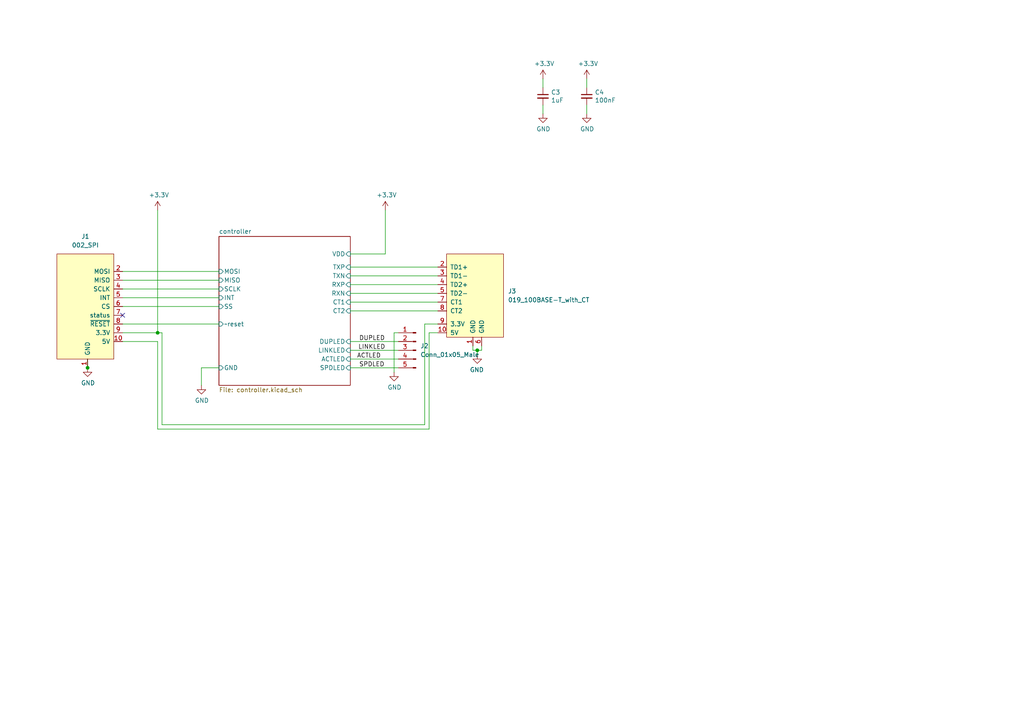
<source format=kicad_sch>
(kicad_sch (version 20211123) (generator eeschema)

  (uuid 0f41a909-27c4-4be2-9d5e-9ae2108c8ff5)

  (paper "A4")

  (lib_symbols
    (symbol "+3.3V_1" (power) (pin_names (offset 0)) (in_bom yes) (on_board yes)
      (property "Reference" "#PWR" (id 0) (at 0 -3.81 0)
        (effects (font (size 1.27 1.27)) hide)
      )
      (property "Value" "+3.3V_1" (id 1) (at 0 3.556 0)
        (effects (font (size 1.27 1.27)))
      )
      (property "Footprint" "" (id 2) (at 0 0 0)
        (effects (font (size 1.27 1.27)) hide)
      )
      (property "Datasheet" "" (id 3) (at 0 0 0)
        (effects (font (size 1.27 1.27)) hide)
      )
      (property "ki_keywords" "power-flag" (id 4) (at 0 0 0)
        (effects (font (size 1.27 1.27)) hide)
      )
      (property "ki_description" "Power symbol creates a global label with name \"+3.3V\"" (id 5) (at 0 0 0)
        (effects (font (size 1.27 1.27)) hide)
      )
      (symbol "+3.3V_1_0_1"
        (polyline
          (pts
            (xy -0.762 1.27)
            (xy 0 2.54)
          )
          (stroke (width 0) (type default) (color 0 0 0 0))
          (fill (type none))
        )
        (polyline
          (pts
            (xy 0 0)
            (xy 0 2.54)
          )
          (stroke (width 0) (type default) (color 0 0 0 0))
          (fill (type none))
        )
        (polyline
          (pts
            (xy 0 2.54)
            (xy 0.762 1.27)
          )
          (stroke (width 0) (type default) (color 0 0 0 0))
          (fill (type none))
        )
      )
      (symbol "+3.3V_1_1_1"
        (pin power_in line (at 0 0 90) (length 0) hide
          (name "+3.3V" (effects (font (size 1.27 1.27))))
          (number "1" (effects (font (size 1.27 1.27))))
        )
      )
    )
    (symbol "+3.3V_2" (power) (pin_names (offset 0)) (in_bom yes) (on_board yes)
      (property "Reference" "#PWR" (id 0) (at 0 -3.81 0)
        (effects (font (size 1.27 1.27)) hide)
      )
      (property "Value" "+3.3V_2" (id 1) (at 0 3.556 0)
        (effects (font (size 1.27 1.27)))
      )
      (property "Footprint" "" (id 2) (at 0 0 0)
        (effects (font (size 1.27 1.27)) hide)
      )
      (property "Datasheet" "" (id 3) (at 0 0 0)
        (effects (font (size 1.27 1.27)) hide)
      )
      (property "ki_keywords" "power-flag" (id 4) (at 0 0 0)
        (effects (font (size 1.27 1.27)) hide)
      )
      (property "ki_description" "Power symbol creates a global label with name \"+3.3V\"" (id 5) (at 0 0 0)
        (effects (font (size 1.27 1.27)) hide)
      )
      (symbol "+3.3V_2_0_1"
        (polyline
          (pts
            (xy -0.762 1.27)
            (xy 0 2.54)
          )
          (stroke (width 0) (type default) (color 0 0 0 0))
          (fill (type none))
        )
        (polyline
          (pts
            (xy 0 0)
            (xy 0 2.54)
          )
          (stroke (width 0) (type default) (color 0 0 0 0))
          (fill (type none))
        )
        (polyline
          (pts
            (xy 0 2.54)
            (xy 0.762 1.27)
          )
          (stroke (width 0) (type default) (color 0 0 0 0))
          (fill (type none))
        )
      )
      (symbol "+3.3V_2_1_1"
        (pin power_in line (at 0 0 90) (length 0) hide
          (name "+3.3V" (effects (font (size 1.27 1.27))))
          (number "1" (effects (font (size 1.27 1.27))))
        )
      )
    )
    (symbol "+3.3V_3" (power) (pin_names (offset 0)) (in_bom yes) (on_board yes)
      (property "Reference" "#PWR" (id 0) (at 0 -3.81 0)
        (effects (font (size 1.27 1.27)) hide)
      )
      (property "Value" "+3.3V_3" (id 1) (at 0 3.556 0)
        (effects (font (size 1.27 1.27)))
      )
      (property "Footprint" "" (id 2) (at 0 0 0)
        (effects (font (size 1.27 1.27)) hide)
      )
      (property "Datasheet" "" (id 3) (at 0 0 0)
        (effects (font (size 1.27 1.27)) hide)
      )
      (property "ki_keywords" "power-flag" (id 4) (at 0 0 0)
        (effects (font (size 1.27 1.27)) hide)
      )
      (property "ki_description" "Power symbol creates a global label with name \"+3.3V\"" (id 5) (at 0 0 0)
        (effects (font (size 1.27 1.27)) hide)
      )
      (symbol "+3.3V_3_0_1"
        (polyline
          (pts
            (xy -0.762 1.27)
            (xy 0 2.54)
          )
          (stroke (width 0) (type default) (color 0 0 0 0))
          (fill (type none))
        )
        (polyline
          (pts
            (xy 0 0)
            (xy 0 2.54)
          )
          (stroke (width 0) (type default) (color 0 0 0 0))
          (fill (type none))
        )
        (polyline
          (pts
            (xy 0 2.54)
            (xy 0.762 1.27)
          )
          (stroke (width 0) (type default) (color 0 0 0 0))
          (fill (type none))
        )
      )
      (symbol "+3.3V_3_1_1"
        (pin power_in line (at 0 0 90) (length 0) hide
          (name "+3.3V" (effects (font (size 1.27 1.27))))
          (number "1" (effects (font (size 1.27 1.27))))
        )
      )
    )
    (symbol "Connector:Conn_01x05_Male" (pin_names (offset 1.016) hide) (in_bom yes) (on_board yes)
      (property "Reference" "J" (id 0) (at 0 7.62 0)
        (effects (font (size 1.27 1.27)))
      )
      (property "Value" "Conn_01x05_Male" (id 1) (at 0 -7.62 0)
        (effects (font (size 1.27 1.27)))
      )
      (property "Footprint" "" (id 2) (at 0 0 0)
        (effects (font (size 1.27 1.27)) hide)
      )
      (property "Datasheet" "~" (id 3) (at 0 0 0)
        (effects (font (size 1.27 1.27)) hide)
      )
      (property "ki_keywords" "connector" (id 4) (at 0 0 0)
        (effects (font (size 1.27 1.27)) hide)
      )
      (property "ki_description" "Generic connector, single row, 01x05, script generated (kicad-library-utils/schlib/autogen/connector/)" (id 5) (at 0 0 0)
        (effects (font (size 1.27 1.27)) hide)
      )
      (property "ki_fp_filters" "Connector*:*_1x??_*" (id 6) (at 0 0 0)
        (effects (font (size 1.27 1.27)) hide)
      )
      (symbol "Conn_01x05_Male_1_1"
        (polyline
          (pts
            (xy 1.27 -5.08)
            (xy 0.8636 -5.08)
          )
          (stroke (width 0.1524) (type default) (color 0 0 0 0))
          (fill (type none))
        )
        (polyline
          (pts
            (xy 1.27 -2.54)
            (xy 0.8636 -2.54)
          )
          (stroke (width 0.1524) (type default) (color 0 0 0 0))
          (fill (type none))
        )
        (polyline
          (pts
            (xy 1.27 0)
            (xy 0.8636 0)
          )
          (stroke (width 0.1524) (type default) (color 0 0 0 0))
          (fill (type none))
        )
        (polyline
          (pts
            (xy 1.27 2.54)
            (xy 0.8636 2.54)
          )
          (stroke (width 0.1524) (type default) (color 0 0 0 0))
          (fill (type none))
        )
        (polyline
          (pts
            (xy 1.27 5.08)
            (xy 0.8636 5.08)
          )
          (stroke (width 0.1524) (type default) (color 0 0 0 0))
          (fill (type none))
        )
        (rectangle (start 0.8636 -4.953) (end 0 -5.207)
          (stroke (width 0.1524) (type default) (color 0 0 0 0))
          (fill (type outline))
        )
        (rectangle (start 0.8636 -2.413) (end 0 -2.667)
          (stroke (width 0.1524) (type default) (color 0 0 0 0))
          (fill (type outline))
        )
        (rectangle (start 0.8636 0.127) (end 0 -0.127)
          (stroke (width 0.1524) (type default) (color 0 0 0 0))
          (fill (type outline))
        )
        (rectangle (start 0.8636 2.667) (end 0 2.413)
          (stroke (width 0.1524) (type default) (color 0 0 0 0))
          (fill (type outline))
        )
        (rectangle (start 0.8636 5.207) (end 0 4.953)
          (stroke (width 0.1524) (type default) (color 0 0 0 0))
          (fill (type outline))
        )
        (pin passive line (at 5.08 5.08 180) (length 3.81)
          (name "Pin_1" (effects (font (size 1.27 1.27))))
          (number "1" (effects (font (size 1.27 1.27))))
        )
        (pin passive line (at 5.08 2.54 180) (length 3.81)
          (name "Pin_2" (effects (font (size 1.27 1.27))))
          (number "2" (effects (font (size 1.27 1.27))))
        )
        (pin passive line (at 5.08 0 180) (length 3.81)
          (name "Pin_3" (effects (font (size 1.27 1.27))))
          (number "3" (effects (font (size 1.27 1.27))))
        )
        (pin passive line (at 5.08 -2.54 180) (length 3.81)
          (name "Pin_4" (effects (font (size 1.27 1.27))))
          (number "4" (effects (font (size 1.27 1.27))))
        )
        (pin passive line (at 5.08 -5.08 180) (length 3.81)
          (name "Pin_5" (effects (font (size 1.27 1.27))))
          (number "5" (effects (font (size 1.27 1.27))))
        )
      )
    )
    (symbol "Device:C_Small" (pin_numbers hide) (pin_names (offset 0.254) hide) (in_bom yes) (on_board yes)
      (property "Reference" "C" (id 0) (at 0.254 1.778 0)
        (effects (font (size 1.27 1.27)) (justify left))
      )
      (property "Value" "C_Small" (id 1) (at 0.254 -2.032 0)
        (effects (font (size 1.27 1.27)) (justify left))
      )
      (property "Footprint" "" (id 2) (at 0 0 0)
        (effects (font (size 1.27 1.27)) hide)
      )
      (property "Datasheet" "~" (id 3) (at 0 0 0)
        (effects (font (size 1.27 1.27)) hide)
      )
      (property "ki_keywords" "capacitor cap" (id 4) (at 0 0 0)
        (effects (font (size 1.27 1.27)) hide)
      )
      (property "ki_description" "Unpolarized capacitor, small symbol" (id 5) (at 0 0 0)
        (effects (font (size 1.27 1.27)) hide)
      )
      (property "ki_fp_filters" "C_*" (id 6) (at 0 0 0)
        (effects (font (size 1.27 1.27)) hide)
      )
      (symbol "C_Small_0_1"
        (polyline
          (pts
            (xy -1.524 -0.508)
            (xy 1.524 -0.508)
          )
          (stroke (width 0.3302) (type default) (color 0 0 0 0))
          (fill (type none))
        )
        (polyline
          (pts
            (xy -1.524 0.508)
            (xy 1.524 0.508)
          )
          (stroke (width 0.3048) (type default) (color 0 0 0 0))
          (fill (type none))
        )
      )
      (symbol "C_Small_1_1"
        (pin passive line (at 0 2.54 270) (length 2.032)
          (name "~" (effects (font (size 1.27 1.27))))
          (number "1" (effects (font (size 1.27 1.27))))
        )
        (pin passive line (at 0 -2.54 90) (length 2.032)
          (name "~" (effects (font (size 1.27 1.27))))
          (number "2" (effects (font (size 1.27 1.27))))
        )
      )
    )
    (symbol "power:+3.3V" (power) (pin_names (offset 0)) (in_bom yes) (on_board yes)
      (property "Reference" "#PWR" (id 0) (at 0 -3.81 0)
        (effects (font (size 1.27 1.27)) hide)
      )
      (property "Value" "+3.3V" (id 1) (at 0 3.556 0)
        (effects (font (size 1.27 1.27)))
      )
      (property "Footprint" "" (id 2) (at 0 0 0)
        (effects (font (size 1.27 1.27)) hide)
      )
      (property "Datasheet" "" (id 3) (at 0 0 0)
        (effects (font (size 1.27 1.27)) hide)
      )
      (property "ki_keywords" "power-flag" (id 4) (at 0 0 0)
        (effects (font (size 1.27 1.27)) hide)
      )
      (property "ki_description" "Power symbol creates a global label with name \"+3.3V\"" (id 5) (at 0 0 0)
        (effects (font (size 1.27 1.27)) hide)
      )
      (symbol "+3.3V_0_1"
        (polyline
          (pts
            (xy -0.762 1.27)
            (xy 0 2.54)
          )
          (stroke (width 0) (type default) (color 0 0 0 0))
          (fill (type none))
        )
        (polyline
          (pts
            (xy 0 0)
            (xy 0 2.54)
          )
          (stroke (width 0) (type default) (color 0 0 0 0))
          (fill (type none))
        )
        (polyline
          (pts
            (xy 0 2.54)
            (xy 0.762 1.27)
          )
          (stroke (width 0) (type default) (color 0 0 0 0))
          (fill (type none))
        )
      )
      (symbol "+3.3V_1_1"
        (pin power_in line (at 0 0 90) (length 0) hide
          (name "+3.3V" (effects (font (size 1.27 1.27))))
          (number "1" (effects (font (size 1.27 1.27))))
        )
      )
    )
    (symbol "power:GND" (power) (pin_names (offset 0)) (in_bom yes) (on_board yes)
      (property "Reference" "#PWR" (id 0) (at 0 -6.35 0)
        (effects (font (size 1.27 1.27)) hide)
      )
      (property "Value" "GND" (id 1) (at 0 -3.81 0)
        (effects (font (size 1.27 1.27)))
      )
      (property "Footprint" "" (id 2) (at 0 0 0)
        (effects (font (size 1.27 1.27)) hide)
      )
      (property "Datasheet" "" (id 3) (at 0 0 0)
        (effects (font (size 1.27 1.27)) hide)
      )
      (property "ki_keywords" "power-flag" (id 4) (at 0 0 0)
        (effects (font (size 1.27 1.27)) hide)
      )
      (property "ki_description" "Power symbol creates a global label with name \"GND\" , ground" (id 5) (at 0 0 0)
        (effects (font (size 1.27 1.27)) hide)
      )
      (symbol "GND_0_1"
        (polyline
          (pts
            (xy 0 0)
            (xy 0 -1.27)
            (xy 1.27 -1.27)
            (xy 0 -2.54)
            (xy -1.27 -1.27)
            (xy 0 -1.27)
          )
          (stroke (width 0) (type default) (color 0 0 0 0))
          (fill (type none))
        )
      )
      (symbol "GND_1_1"
        (pin power_in line (at 0 0 270) (length 0) hide
          (name "GND" (effects (font (size 1.27 1.27))))
          (number "1" (effects (font (size 1.27 1.27))))
        )
      )
    )
    (symbol "put_on_edge:002_SPI" (pin_names (offset 1.016)) (in_bom yes) (on_board yes)
      (property "Reference" "J" (id 0) (at -1.27 13.97 0)
        (effects (font (size 1.27 1.27)))
      )
      (property "Value" "002_SPI" (id 1) (at 10.16 13.97 0)
        (effects (font (size 1.27 1.27)))
      )
      (property "Footprint" "" (id 2) (at 8.89 16.51 0)
        (effects (font (size 1.27 1.27)) hide)
      )
      (property "Datasheet" "" (id 3) (at 8.89 16.51 0)
        (effects (font (size 1.27 1.27)) hide)
      )
      (symbol "002_SPI_0_1"
        (rectangle (start -7.62 12.7) (end 8.89 -17.78)
          (stroke (width 0) (type default) (color 0 0 0 0))
          (fill (type background))
        )
      )
      (symbol "002_SPI_1_1"
        (pin power_in line (at 0 -20.32 90) (length 2.54)
          (name "GND" (effects (font (size 1.27 1.27))))
          (number "1" (effects (font (size 1.27 1.27))))
        )
        (pin power_in line (at -10.16 -12.7 0) (length 2.54)
          (name "5V" (effects (font (size 1.27 1.27))))
          (number "10" (effects (font (size 1.27 1.27))))
        )
        (pin bidirectional line (at -10.16 7.62 0) (length 2.54)
          (name "MOSI" (effects (font (size 1.27 1.27))))
          (number "2" (effects (font (size 1.27 1.27))))
        )
        (pin bidirectional line (at -10.16 5.08 0) (length 2.54)
          (name "MISO" (effects (font (size 1.27 1.27))))
          (number "3" (effects (font (size 1.27 1.27))))
        )
        (pin bidirectional line (at -10.16 2.54 0) (length 2.54)
          (name "SCLK" (effects (font (size 1.27 1.27))))
          (number "4" (effects (font (size 1.27 1.27))))
        )
        (pin bidirectional line (at -10.16 0 0) (length 2.54)
          (name "INT" (effects (font (size 1.27 1.27))))
          (number "5" (effects (font (size 1.27 1.27))))
        )
        (pin bidirectional line (at -10.16 -2.54 0) (length 2.54)
          (name "CS" (effects (font (size 1.27 1.27))))
          (number "6" (effects (font (size 1.27 1.27))))
        )
        (pin bidirectional line (at -10.16 -5.08 0) (length 2.54)
          (name "status" (effects (font (size 1.27 1.27))))
          (number "7" (effects (font (size 1.27 1.27))))
        )
        (pin bidirectional line (at -10.16 -7.62 0) (length 2.54)
          (name "~{RESET}" (effects (font (size 1.27 1.27))))
          (number "8" (effects (font (size 1.27 1.27))))
        )
        (pin power_in line (at -10.16 -10.16 0) (length 2.54)
          (name "3.3V" (effects (font (size 1.27 1.27))))
          (number "9" (effects (font (size 1.27 1.27))))
        )
      )
    )
    (symbol "put_on_edge:019_100BASE-T_with_CT" (pin_names (offset 1.016)) (in_bom yes) (on_board yes)
      (property "Reference" "J" (id 0) (at -2.54 13.97 0)
        (effects (font (size 1.27 1.27)))
      )
      (property "Value" "019_100BASE-T_with_CT" (id 1) (at 8.89 13.97 0)
        (effects (font (size 1.27 1.27)))
      )
      (property "Footprint" "" (id 2) (at 7.62 16.51 0)
        (effects (font (size 1.27 1.27)) hide)
      )
      (property "Datasheet" "" (id 3) (at 7.62 16.51 0)
        (effects (font (size 1.27 1.27)) hide)
      )
      (symbol "019_100BASE-T_with_CT_0_1"
        (rectangle (start -8.89 12.7) (end 7.62 -11.43)
          (stroke (width 0) (type default) (color 0 0 0 0))
          (fill (type background))
        )
      )
      (symbol "019_100BASE-T_with_CT_1_1"
        (pin power_in line (at -1.27 -13.97 90) (length 2.54)
          (name "GND" (effects (font (size 1.27 1.27))))
          (number "1" (effects (font (size 1.27 1.27))))
        )
        (pin bidirectional line (at -11.43 -10.16 0) (length 2.54)
          (name "5V" (effects (font (size 1.27 1.27))))
          (number "10" (effects (font (size 1.27 1.27))))
        )
        (pin bidirectional line (at -11.43 8.89 0) (length 2.54)
          (name "TD1+" (effects (font (size 1.27 1.27))))
          (number "2" (effects (font (size 1.27 1.27))))
        )
        (pin bidirectional line (at -11.43 6.35 0) (length 2.54)
          (name "TD1-" (effects (font (size 1.27 1.27))))
          (number "3" (effects (font (size 1.27 1.27))))
        )
        (pin bidirectional line (at -11.43 3.81 0) (length 2.54)
          (name "TD2+" (effects (font (size 1.27 1.27))))
          (number "4" (effects (font (size 1.27 1.27))))
        )
        (pin bidirectional line (at -11.43 1.27 0) (length 2.54)
          (name "TD2-" (effects (font (size 1.27 1.27))))
          (number "5" (effects (font (size 1.27 1.27))))
        )
        (pin power_in line (at 1.27 -13.97 90) (length 2.54)
          (name "GND" (effects (font (size 1.27 1.27))))
          (number "6" (effects (font (size 1.27 1.27))))
        )
        (pin bidirectional line (at -11.43 -1.27 0) (length 2.54)
          (name "CT1" (effects (font (size 1.27 1.27))))
          (number "7" (effects (font (size 1.27 1.27))))
        )
        (pin bidirectional line (at -11.43 -3.81 0) (length 2.54)
          (name "CT2" (effects (font (size 1.27 1.27))))
          (number "8" (effects (font (size 1.27 1.27))))
        )
        (pin bidirectional line (at -11.43 -7.62 0) (length 2.54)
          (name "3.3V" (effects (font (size 1.27 1.27))))
          (number "9" (effects (font (size 1.27 1.27))))
        )
      )
    )
  )

  (junction (at 25.4 106.68) (diameter 0) (color 0 0 0 0)
    (uuid 556e36fa-b2c4-40ab-b012-9f8ceafd0990)
  )
  (junction (at 138.43 101.6) (diameter 0) (color 0 0 0 0)
    (uuid cac714f4-63cc-4087-968b-e7cb8ff29160)
  )
  (junction (at 45.72 96.52) (diameter 0) (color 0 0 0 0)
    (uuid f6540708-613b-4a90-81f3-1df254741fae)
  )

  (no_connect (at 35.56 91.44) (uuid 2e642b3e-a476-4c54-9a52-dcea955640cd))

  (wire (pts (xy 111.76 73.66) (xy 111.76 60.96))
    (stroke (width 0) (type default) (color 0 0 0 0))
    (uuid 0147f16a-c952-4891-8f53-a9fb8cddeb8d)
  )
  (wire (pts (xy 45.72 124.46) (xy 124.46 124.46))
    (stroke (width 0) (type default) (color 0 0 0 0))
    (uuid 03d5c916-6781-4215-a33a-9e6866d84f03)
  )
  (wire (pts (xy 35.56 78.74) (xy 63.5 78.74))
    (stroke (width 0) (type default) (color 0 0 0 0))
    (uuid 063b43a5-16c5-41cd-9d53-d5fd3d2a3419)
  )
  (wire (pts (xy 114.3 96.52) (xy 114.3 107.95))
    (stroke (width 0) (type default) (color 0 0 0 0))
    (uuid 08adf883-a599-4ea8-9138-e858c1e365ff)
  )
  (wire (pts (xy 63.5 81.28) (xy 35.56 81.28))
    (stroke (width 0) (type default) (color 0 0 0 0))
    (uuid 13475e15-f37c-4de8-857e-1722b0c39513)
  )
  (wire (pts (xy 101.6 99.06) (xy 115.57 99.06))
    (stroke (width 0) (type default) (color 0 0 0 0))
    (uuid 170e2e05-ff51-4bfa-ae5d-2b9188e54615)
  )
  (wire (pts (xy 138.43 101.6) (xy 138.43 102.87))
    (stroke (width 0) (type default) (color 0 0 0 0))
    (uuid 18b2ca2c-2d25-4fa9-90ea-74e6f230f81e)
  )
  (wire (pts (xy 157.48 30.48) (xy 157.48 33.02))
    (stroke (width 0) (type default) (color 0 0 0 0))
    (uuid 1e1b062d-fad0-427c-a622-c5b8a80b5268)
  )
  (wire (pts (xy 63.5 83.82) (xy 35.56 83.82))
    (stroke (width 0) (type default) (color 0 0 0 0))
    (uuid 2732632c-4768-42b6-bf7f-14643424019e)
  )
  (wire (pts (xy 101.6 85.09) (xy 127 85.09))
    (stroke (width 0) (type default) (color 0 0 0 0))
    (uuid 2eb4d2eb-4593-4c3b-967c-9d15f7d529d5)
  )
  (wire (pts (xy 35.56 88.9) (xy 63.5 88.9))
    (stroke (width 0) (type default) (color 0 0 0 0))
    (uuid 325964ac-707a-4db9-9457-88ae8b311329)
  )
  (wire (pts (xy 127 93.98) (xy 123.19 93.98))
    (stroke (width 0) (type default) (color 0 0 0 0))
    (uuid 367724f2-e9f1-4df5-bbe6-f7c4482a1217)
  )
  (wire (pts (xy 124.46 124.46) (xy 124.46 96.52))
    (stroke (width 0) (type default) (color 0 0 0 0))
    (uuid 39869dfe-eea6-47f0-b580-4a0383acf638)
  )
  (wire (pts (xy 170.18 22.86) (xy 170.18 25.4))
    (stroke (width 0) (type default) (color 0 0 0 0))
    (uuid 3b838d52-596d-4e4d-a6ac-e4c8e7621137)
  )
  (wire (pts (xy 45.72 60.96) (xy 45.72 96.52))
    (stroke (width 0) (type default) (color 0 0 0 0))
    (uuid 3dcc657b-55a1-48e0-9667-e01e7b6b08b5)
  )
  (wire (pts (xy 58.42 111.76) (xy 58.42 106.68))
    (stroke (width 0) (type default) (color 0 0 0 0))
    (uuid 46918595-4a45-48e8-84c0-961b4db7f35f)
  )
  (wire (pts (xy 123.19 93.98) (xy 123.19 123.19))
    (stroke (width 0) (type default) (color 0 0 0 0))
    (uuid 49af3e29-eead-4af9-beaf-1970e5b665ee)
  )
  (wire (pts (xy 101.6 104.14) (xy 115.57 104.14))
    (stroke (width 0) (type default) (color 0 0 0 0))
    (uuid 4e7ea6c0-f570-4683-b710-a387da4590bb)
  )
  (wire (pts (xy 101.6 101.6) (xy 115.57 101.6))
    (stroke (width 0) (type default) (color 0 0 0 0))
    (uuid 5030f1a5-ad04-46de-a5eb-0b4c3a42ece1)
  )
  (wire (pts (xy 139.7 101.6) (xy 138.43 101.6))
    (stroke (width 0) (type default) (color 0 0 0 0))
    (uuid 5052c86e-ac58-4ede-be80-def12c6d1b65)
  )
  (wire (pts (xy 46.99 96.52) (xy 45.72 96.52))
    (stroke (width 0) (type default) (color 0 0 0 0))
    (uuid 5392893e-f634-4481-9acd-dbb34c0ce5a7)
  )
  (wire (pts (xy 35.56 93.98) (xy 63.5 93.98))
    (stroke (width 0) (type default) (color 0 0 0 0))
    (uuid 57693f89-f717-49a5-83bb-e74753e173b9)
  )
  (wire (pts (xy 45.72 96.52) (xy 35.56 96.52))
    (stroke (width 0) (type default) (color 0 0 0 0))
    (uuid 67f6e996-3c99-493c-8f6f-e739e2ed5d7a)
  )
  (wire (pts (xy 101.6 73.66) (xy 111.76 73.66))
    (stroke (width 0) (type default) (color 0 0 0 0))
    (uuid 6a44418c-7bb4-4e99-8836-57f153c19721)
  )
  (wire (pts (xy 139.7 100.33) (xy 139.7 101.6))
    (stroke (width 0) (type default) (color 0 0 0 0))
    (uuid 6d07035b-391b-44a1-8396-d359c03b6efb)
  )
  (wire (pts (xy 101.6 80.01) (xy 127 80.01))
    (stroke (width 0) (type default) (color 0 0 0 0))
    (uuid 6f60028c-278b-4fae-88a1-9def173662d2)
  )
  (wire (pts (xy 101.6 90.17) (xy 127 90.17))
    (stroke (width 0) (type default) (color 0 0 0 0))
    (uuid 78567180-29f3-4347-93e3-09f96501a110)
  )
  (wire (pts (xy 35.56 86.36) (xy 63.5 86.36))
    (stroke (width 0) (type default) (color 0 0 0 0))
    (uuid 8034cc81-7bd8-47fc-934d-939c4444454d)
  )
  (wire (pts (xy 101.6 87.63) (xy 127 87.63))
    (stroke (width 0) (type default) (color 0 0 0 0))
    (uuid 90d905f6-575f-45bf-a260-8bdff0da3c1b)
  )
  (wire (pts (xy 124.46 96.52) (xy 127 96.52))
    (stroke (width 0) (type default) (color 0 0 0 0))
    (uuid 97872a38-640f-4b30-9057-45f3b2b28e43)
  )
  (wire (pts (xy 137.16 100.33) (xy 137.16 101.6))
    (stroke (width 0) (type default) (color 0 0 0 0))
    (uuid 98601513-3a43-4076-ae45-1799f51bdc14)
  )
  (wire (pts (xy 58.42 106.68) (xy 63.5 106.68))
    (stroke (width 0) (type default) (color 0 0 0 0))
    (uuid 9ccf03e8-755a-4cd9-96fc-30e1d08fa253)
  )
  (wire (pts (xy 45.72 99.06) (xy 45.72 124.46))
    (stroke (width 0) (type default) (color 0 0 0 0))
    (uuid a0dfbff7-7540-4687-ab2d-dfb8c4d677fa)
  )
  (wire (pts (xy 46.99 123.19) (xy 46.99 96.52))
    (stroke (width 0) (type default) (color 0 0 0 0))
    (uuid a4ca7f4a-c3ec-43d6-ba39-727ffb2736b2)
  )
  (wire (pts (xy 101.6 82.55) (xy 127 82.55))
    (stroke (width 0) (type default) (color 0 0 0 0))
    (uuid ae140a12-6e95-459f-9d32-c02c7d61250d)
  )
  (wire (pts (xy 25.4 106.68) (xy 25.4 104.14))
    (stroke (width 0) (type default) (color 0 0 0 0))
    (uuid b3d08afa-f296-4e3b-8825-73b6331d35bf)
  )
  (wire (pts (xy 170.18 30.48) (xy 170.18 33.02))
    (stroke (width 0) (type default) (color 0 0 0 0))
    (uuid cbdcaa78-3bbc-413f-91bf-2709119373ce)
  )
  (wire (pts (xy 101.6 77.47) (xy 127 77.47))
    (stroke (width 0) (type default) (color 0 0 0 0))
    (uuid d6bd45a7-799d-4b15-ab1d-9a42339da8b8)
  )
  (wire (pts (xy 157.48 22.86) (xy 157.48 25.4))
    (stroke (width 0) (type default) (color 0 0 0 0))
    (uuid d8603679-3e7b-4337-8dbc-1827f5f54d8a)
  )
  (wire (pts (xy 123.19 123.19) (xy 46.99 123.19))
    (stroke (width 0) (type default) (color 0 0 0 0))
    (uuid e03e06cf-54a7-4724-bce7-7639bcfcde74)
  )
  (wire (pts (xy 35.56 99.06) (xy 45.72 99.06))
    (stroke (width 0) (type default) (color 0 0 0 0))
    (uuid e099efc1-0530-476b-a818-b2b9edab1378)
  )
  (wire (pts (xy 101.6 106.68) (xy 115.57 106.68))
    (stroke (width 0) (type default) (color 0 0 0 0))
    (uuid e39d76f9-d819-4e1b-bdc0-c4cb4150924e)
  )
  (wire (pts (xy 114.3 96.52) (xy 115.57 96.52))
    (stroke (width 0) (type default) (color 0 0 0 0))
    (uuid ec7eb973-0a74-461d-9ae3-ca0cba2451df)
  )
  (wire (pts (xy 137.16 101.6) (xy 138.43 101.6))
    (stroke (width 0) (type default) (color 0 0 0 0))
    (uuid f8fb028b-84e2-4352-bc28-df0129290e6c)
  )

  (label "DUPLED" (at 104.14 99.06 0)
    (effects (font (size 1.27 1.27)) (justify left bottom))
    (uuid 454b66e7-113e-48d9-b512-ecc0daa0fc4b)
  )
  (label "ACTLED" (at 110.49 104.14 180)
    (effects (font (size 1.27 1.27)) (justify right bottom))
    (uuid 744669be-8909-469d-8f2d-6f5e6f6f3203)
  )
  (label "LINKLED" (at 111.76 101.6 180)
    (effects (font (size 1.27 1.27)) (justify right bottom))
    (uuid 8b229baf-44d6-44d7-ba1e-9a5de580b33b)
  )
  (label "SPDLED" (at 104.14 106.68 0)
    (effects (font (size 1.27 1.27)) (justify left bottom))
    (uuid 91a80e0b-8eee-424f-9aba-5304767a5d63)
  )

  (symbol (lib_id "power:GND") (at 25.4 106.68 0) (unit 1)
    (in_bom yes) (on_board yes)
    (uuid 00000000-0000-0000-0000-0000617ee3e4)
    (property "Reference" "#PWR0101" (id 0) (at 25.4 113.03 0)
      (effects (font (size 1.27 1.27)) hide)
    )
    (property "Value" "GND" (id 1) (at 25.527 111.0742 0))
    (property "Footprint" "" (id 2) (at 25.4 106.68 0)
      (effects (font (size 1.27 1.27)) hide)
    )
    (property "Datasheet" "" (id 3) (at 25.4 106.68 0)
      (effects (font (size 1.27 1.27)) hide)
    )
    (pin "1" (uuid 8fe3d686-e115-4da5-9817-2dae116b9b46))
  )

  (symbol (lib_name "+3.3V_1") (lib_id "power:+3.3V") (at 111.76 60.96 0) (unit 1)
    (in_bom yes) (on_board yes)
    (uuid 00000000-0000-0000-0000-0000617f236f)
    (property "Reference" "#PWR0104" (id 0) (at 111.76 64.77 0)
      (effects (font (size 1.27 1.27)) hide)
    )
    (property "Value" "+3.3V" (id 1) (at 112.141 56.5658 0))
    (property "Footprint" "" (id 2) (at 111.76 60.96 0)
      (effects (font (size 1.27 1.27)) hide)
    )
    (property "Datasheet" "" (id 3) (at 111.76 60.96 0)
      (effects (font (size 1.27 1.27)) hide)
    )
    (pin "1" (uuid 20cf01b0-bdce-445f-8c5e-b4c139607231))
  )

  (symbol (lib_id "power:+3.3V") (at 45.72 60.96 0) (unit 1)
    (in_bom yes) (on_board yes)
    (uuid 00000000-0000-0000-0000-0000617f3fcd)
    (property "Reference" "#PWR0106" (id 0) (at 45.72 64.77 0)
      (effects (font (size 1.27 1.27)) hide)
    )
    (property "Value" "+3.3V" (id 1) (at 46.101 56.5658 0))
    (property "Footprint" "" (id 2) (at 45.72 60.96 0)
      (effects (font (size 1.27 1.27)) hide)
    )
    (property "Datasheet" "" (id 3) (at 45.72 60.96 0)
      (effects (font (size 1.27 1.27)) hide)
    )
    (pin "1" (uuid 6693c478-9260-46b4-9b58-b005f8f2d02b))
  )

  (symbol (lib_id "power:GND") (at 58.42 111.76 0) (unit 1)
    (in_bom yes) (on_board yes)
    (uuid 00000000-0000-0000-0000-0000617f4ba7)
    (property "Reference" "#PWR0107" (id 0) (at 58.42 118.11 0)
      (effects (font (size 1.27 1.27)) hide)
    )
    (property "Value" "GND" (id 1) (at 58.547 116.1542 0))
    (property "Footprint" "" (id 2) (at 58.42 111.76 0)
      (effects (font (size 1.27 1.27)) hide)
    )
    (property "Datasheet" "" (id 3) (at 58.42 111.76 0)
      (effects (font (size 1.27 1.27)) hide)
    )
    (pin "1" (uuid 5773574d-cec4-4680-83c8-dd0e61aefdd4))
  )

  (symbol (lib_id "Device:C_Small") (at 157.48 27.94 0) (unit 1)
    (in_bom yes) (on_board yes)
    (uuid 00000000-0000-0000-0000-000061805a99)
    (property "Reference" "C3" (id 0) (at 159.8168 26.7716 0)
      (effects (font (size 1.27 1.27)) (justify left))
    )
    (property "Value" "1uF" (id 1) (at 159.8168 29.083 0)
      (effects (font (size 1.27 1.27)) (justify left))
    )
    (property "Footprint" "Capacitor_SMD:C_0603_1608Metric" (id 2) (at 157.48 27.94 0)
      (effects (font (size 1.27 1.27)) hide)
    )
    (property "Datasheet" "~" (id 3) (at 157.48 27.94 0)
      (effects (font (size 1.27 1.27)) hide)
    )
    (property "Voltage" "6.3V" (id 4) (at 157.48 27.94 0)
      (effects (font (size 1.27 1.27)) hide)
    )
    (pin "1" (uuid 7b274795-7d31-4363-8ce2-700587546274))
    (pin "2" (uuid d9e89562-bbeb-4a8f-b5c2-ed97ed9e6ced))
  )

  (symbol (lib_id "Device:C_Small") (at 170.18 27.94 0) (unit 1)
    (in_bom yes) (on_board yes)
    (uuid 00000000-0000-0000-0000-000061806b1a)
    (property "Reference" "C4" (id 0) (at 172.5168 26.7716 0)
      (effects (font (size 1.27 1.27)) (justify left))
    )
    (property "Value" "100nF" (id 1) (at 172.5168 29.083 0)
      (effects (font (size 1.27 1.27)) (justify left))
    )
    (property "Footprint" "Capacitor_SMD:C_0603_1608Metric" (id 2) (at 170.18 27.94 0)
      (effects (font (size 1.27 1.27)) hide)
    )
    (property "Datasheet" "~" (id 3) (at 170.18 27.94 0)
      (effects (font (size 1.27 1.27)) hide)
    )
    (property "Voltage" "6.3V" (id 4) (at 170.18 27.94 0)
      (effects (font (size 1.27 1.27)) hide)
    )
    (pin "1" (uuid e28bb8b4-f300-420a-ab0d-75c5d51f8993))
    (pin "2" (uuid 7e0ec61e-0a2f-41c6-9535-347b5902df41))
  )

  (symbol (lib_id "power:GND") (at 157.48 33.02 0) (unit 1)
    (in_bom yes) (on_board yes)
    (uuid 00000000-0000-0000-0000-000061806db0)
    (property "Reference" "#PWR0108" (id 0) (at 157.48 39.37 0)
      (effects (font (size 1.27 1.27)) hide)
    )
    (property "Value" "GND" (id 1) (at 157.607 37.4142 0))
    (property "Footprint" "" (id 2) (at 157.48 33.02 0)
      (effects (font (size 1.27 1.27)) hide)
    )
    (property "Datasheet" "" (id 3) (at 157.48 33.02 0)
      (effects (font (size 1.27 1.27)) hide)
    )
    (pin "1" (uuid c67e147a-ba6b-4be2-8420-eab0072cbb49))
  )

  (symbol (lib_id "power:GND") (at 170.18 33.02 0) (unit 1)
    (in_bom yes) (on_board yes)
    (uuid 00000000-0000-0000-0000-00006180724b)
    (property "Reference" "#PWR0109" (id 0) (at 170.18 39.37 0)
      (effects (font (size 1.27 1.27)) hide)
    )
    (property "Value" "GND" (id 1) (at 170.307 37.4142 0))
    (property "Footprint" "" (id 2) (at 170.18 33.02 0)
      (effects (font (size 1.27 1.27)) hide)
    )
    (property "Datasheet" "" (id 3) (at 170.18 33.02 0)
      (effects (font (size 1.27 1.27)) hide)
    )
    (pin "1" (uuid bbeb0265-fc8d-4114-9a45-a850bc645741))
  )

  (symbol (lib_name "+3.3V_3") (lib_id "power:+3.3V") (at 157.48 22.86 0) (unit 1)
    (in_bom yes) (on_board yes)
    (uuid 00000000-0000-0000-0000-00006180754a)
    (property "Reference" "#PWR0110" (id 0) (at 157.48 26.67 0)
      (effects (font (size 1.27 1.27)) hide)
    )
    (property "Value" "+3.3V" (id 1) (at 157.861 18.4658 0))
    (property "Footprint" "" (id 2) (at 157.48 22.86 0)
      (effects (font (size 1.27 1.27)) hide)
    )
    (property "Datasheet" "" (id 3) (at 157.48 22.86 0)
      (effects (font (size 1.27 1.27)) hide)
    )
    (pin "1" (uuid 6c072bca-ef3a-403d-a891-3dbb0a1c5c79))
  )

  (symbol (lib_name "+3.3V_2") (lib_id "power:+3.3V") (at 170.18 22.86 0) (unit 1)
    (in_bom yes) (on_board yes)
    (uuid 00000000-0000-0000-0000-000061807855)
    (property "Reference" "#PWR0111" (id 0) (at 170.18 26.67 0)
      (effects (font (size 1.27 1.27)) hide)
    )
    (property "Value" "+3.3V" (id 1) (at 170.561 18.4658 0))
    (property "Footprint" "" (id 2) (at 170.18 22.86 0)
      (effects (font (size 1.27 1.27)) hide)
    )
    (property "Datasheet" "" (id 3) (at 170.18 22.86 0)
      (effects (font (size 1.27 1.27)) hide)
    )
    (pin "1" (uuid 78deade2-a3c3-4519-8f15-365aba905db7))
  )

  (symbol (lib_id "Connector:Conn_01x05_Male") (at 120.65 101.6 0) (mirror y) (unit 1)
    (in_bom yes) (on_board yes) (fields_autoplaced)
    (uuid 0152c494-81ad-4d8d-9f17-b144e25bdf8b)
    (property "Reference" "J2" (id 0) (at 121.92 100.3299 0)
      (effects (font (size 1.27 1.27)) (justify right))
    )
    (property "Value" "Conn_01x05_Male" (id 1) (at 121.92 102.8699 0)
      (effects (font (size 1.27 1.27)) (justify right))
    )
    (property "Footprint" "Connector_PinHeader_2.54mm:PinHeader_1x05_P2.54mm_Vertical" (id 2) (at 120.65 101.6 0)
      (effects (font (size 1.27 1.27)) hide)
    )
    (property "Datasheet" "~" (id 3) (at 120.65 101.6 0)
      (effects (font (size 1.27 1.27)) hide)
    )
    (pin "1" (uuid cbb0bd4a-a887-4708-93b9-e89cb7032d84))
    (pin "2" (uuid adab942a-1f12-4115-8503-c0eb58182897))
    (pin "3" (uuid 386d8823-a661-44ae-aa6c-7a07b0c8314e))
    (pin "4" (uuid a511c3cd-65bf-4f1e-bf46-59c3e7cf4069))
    (pin "5" (uuid bcb30e44-6cc9-4f97-bb48-6daa94e73f1e))
  )

  (symbol (lib_id "power:GND") (at 114.3 107.95 0) (unit 1)
    (in_bom yes) (on_board yes)
    (uuid 7fd4254d-7b3e-456d-8da2-d5d438a0d843)
    (property "Reference" "#PWR0102" (id 0) (at 114.3 114.3 0)
      (effects (font (size 1.27 1.27)) hide)
    )
    (property "Value" "GND" (id 1) (at 114.427 112.3442 0))
    (property "Footprint" "" (id 2) (at 114.3 107.95 0)
      (effects (font (size 1.27 1.27)) hide)
    )
    (property "Datasheet" "" (id 3) (at 114.3 107.95 0)
      (effects (font (size 1.27 1.27)) hide)
    )
    (pin "1" (uuid 99b6dd24-ae6a-4691-9f71-e006fa975ec8))
  )

  (symbol (lib_id "put_on_edge:019_100BASE-T_with_CT") (at 138.43 86.36 0) (unit 1)
    (in_bom yes) (on_board yes) (fields_autoplaced)
    (uuid b6d265bc-746c-4a3a-8f9f-d2e56e460cac)
    (property "Reference" "J3" (id 0) (at 147.32 84.4549 0)
      (effects (font (size 1.27 1.27)) (justify left))
    )
    (property "Value" "019_100BASE-T_with_CT" (id 1) (at 147.32 86.9949 0)
      (effects (font (size 1.27 1.27)) (justify left))
    )
    (property "Footprint" "on_edge:on_edge_2x05_host" (id 2) (at 146.05 69.85 0)
      (effects (font (size 1.27 1.27)) hide)
    )
    (property "Datasheet" "" (id 3) (at 146.05 69.85 0)
      (effects (font (size 1.27 1.27)) hide)
    )
    (pin "1" (uuid c4ac5456-fb87-4f09-a21b-1f5662c3b787))
    (pin "10" (uuid 4153f175-a32b-4ea0-b715-c33cc8ebbfa4))
    (pin "2" (uuid ff12da32-f057-421f-b493-e509a4ed1c1d))
    (pin "3" (uuid 47cc61a7-8dcb-4adc-98f8-8dd725f0b2d0))
    (pin "4" (uuid 5d9637f0-432e-4a7b-8dda-48706bd59415))
    (pin "5" (uuid af5f331b-5e3b-4758-ab41-587e74bc277b))
    (pin "6" (uuid a8512258-2330-4020-b037-20a83ea61628))
    (pin "7" (uuid 33de50d3-66e7-4a86-be1d-d67b6e486b5a))
    (pin "8" (uuid 6a22613d-1679-47da-809c-b32f32f51060))
    (pin "9" (uuid 4034cad5-ec84-4083-b2b2-234d6bf91730))
  )

  (symbol (lib_id "put_on_edge:002_SPI") (at 25.4 86.36 0) (mirror y) (unit 1)
    (in_bom yes) (on_board yes) (fields_autoplaced)
    (uuid ba8d3aee-36c0-4b07-805a-43ef0e25285a)
    (property "Reference" "J1" (id 0) (at 24.765 68.58 0))
    (property "Value" "002_SPI" (id 1) (at 24.765 71.12 0))
    (property "Footprint" "on_edge:on_edge_2x05_device" (id 2) (at 16.51 69.85 0)
      (effects (font (size 1.27 1.27)) hide)
    )
    (property "Datasheet" "" (id 3) (at 16.51 69.85 0)
      (effects (font (size 1.27 1.27)) hide)
    )
    (pin "1" (uuid e17d7b76-0c3e-40c5-b0b8-2b2f1e7e7b80))
    (pin "10" (uuid 648ecc0c-0086-4135-ac68-3ac4e5b22501))
    (pin "2" (uuid eebbdd2a-3001-499f-8899-351b9bd86dd6))
    (pin "3" (uuid b8c49200-47e2-4caf-b64c-3042a9ccba46))
    (pin "4" (uuid 82e2c6c8-bf92-4f3f-9c9b-ed102d082e2a))
    (pin "5" (uuid 682f1cfe-a0ca-4927-b7e4-ec9350e4f1db))
    (pin "6" (uuid d16704ac-9960-4318-b793-bf95fd215574))
    (pin "7" (uuid 396a88fc-5c85-48f5-a191-b25266793c3e))
    (pin "8" (uuid 1cc98a8f-fa41-4ecd-a912-4a0b914880ee))
    (pin "9" (uuid 3ab4a587-3f66-48c4-ae40-b64ac0b69dcb))
  )

  (symbol (lib_id "power:GND") (at 138.43 102.87 0) (mirror y) (unit 1)
    (in_bom yes) (on_board yes)
    (uuid eb245694-5d4a-4580-b58e-31acf2bba517)
    (property "Reference" "#PWR0120" (id 0) (at 138.43 109.22 0)
      (effects (font (size 1.27 1.27)) hide)
    )
    (property "Value" "GND" (id 1) (at 138.303 107.2642 0))
    (property "Footprint" "" (id 2) (at 138.43 102.87 0)
      (effects (font (size 1.27 1.27)) hide)
    )
    (property "Datasheet" "" (id 3) (at 138.43 102.87 0)
      (effects (font (size 1.27 1.27)) hide)
    )
    (pin "1" (uuid 5d5b0a64-b828-4f15-a96b-3a0ad38c9616))
  )

  (sheet (at 63.5 68.58) (size 38.1 43.18) (fields_autoplaced)
    (stroke (width 0) (type solid) (color 0 0 0 0))
    (fill (color 0 0 0 0.0000))
    (uuid 00000000-0000-0000-0000-0000617efafa)
    (property "Sheet name" "controller" (id 0) (at 63.5 67.8684 0)
      (effects (font (size 1.27 1.27)) (justify left bottom))
    )
    (property "Sheet file" "controller.kicad_sch" (id 1) (at 63.5 112.3446 0)
      (effects (font (size 1.27 1.27)) (justify left top))
    )
    (pin "GND" input (at 63.5 106.68 180)
      (effects (font (size 1.27 1.27)) (justify left))
      (uuid 03d88a85-11fd-47aa-954c-c318bb15294a)
    )
    (pin "VDD" input (at 101.6 73.66 0)
      (effects (font (size 1.27 1.27)) (justify right))
      (uuid 0dcdf1b8-13c6-48b4-bd94-5d26038ff231)
    )
    (pin "MISO" input (at 63.5 81.28 180)
      (effects (font (size 1.27 1.27)) (justify left))
      (uuid 8b8dc0ac-a67e-4e7b-980c-254e3fadaaed)
    )
    (pin "MOSI" input (at 63.5 78.74 180)
      (effects (font (size 1.27 1.27)) (justify left))
      (uuid 9a104380-7c9d-489f-8261-30e7d07892c4)
    )
    (pin "SS" input (at 63.5 88.9 180)
      (effects (font (size 1.27 1.27)) (justify left))
      (uuid 439ecfb4-dc55-4fe1-92ba-2cda728bd464)
    )
    (pin "~reset" input (at 63.5 93.98 180)
      (effects (font (size 1.27 1.27)) (justify left))
      (uuid 0b062898-c751-499f-b03c-79a7d653e153)
    )
    (pin "INT" input (at 63.5 86.36 180)
      (effects (font (size 1.27 1.27)) (justify left))
      (uuid e70fc0c5-9a8e-4f50-b958-589875f2a7bb)
    )
    (pin "SCLK" input (at 63.5 83.82 180)
      (effects (font (size 1.27 1.27)) (justify left))
      (uuid 2f7013b5-124f-464d-9020-0e98bf4f5178)
    )
    (pin "TXN" input (at 101.6 80.01 0)
      (effects (font (size 1.27 1.27)) (justify right))
      (uuid 77095996-6256-4977-9c23-9cf8ea68203a)
    )
    (pin "TXP" input (at 101.6 77.47 0)
      (effects (font (size 1.27 1.27)) (justify right))
      (uuid d539fbf6-d474-41de-bda0-19ba022ca66a)
    )
    (pin "RXN" input (at 101.6 85.09 0)
      (effects (font (size 1.27 1.27)) (justify right))
      (uuid 242b050b-4cdf-438f-814e-5c1e62aa6b93)
    )
    (pin "RXP" input (at 101.6 82.55 0)
      (effects (font (size 1.27 1.27)) (justify right))
      (uuid c3ea3a98-615e-497a-a5c8-53ab3031097f)
    )
    (pin "DUPLED" input (at 101.6 99.06 0)
      (effects (font (size 1.27 1.27)) (justify right))
      (uuid c7b76705-286f-4fea-a785-f32ee22216f1)
    )
    (pin "LINKLED" input (at 101.6 101.6 0)
      (effects (font (size 1.27 1.27)) (justify right))
      (uuid 26996cb3-49a6-4645-a7b6-1a6fb2f6706f)
    )
    (pin "ACTLED" input (at 101.6 104.14 0)
      (effects (font (size 1.27 1.27)) (justify right))
      (uuid 1a2a0df3-8c40-4bdc-a9e4-80f44654429c)
    )
    (pin "SPDLED" input (at 101.6 106.68 0)
      (effects (font (size 1.27 1.27)) (justify right))
      (uuid a3692813-1c6d-4324-b8e6-24722f2c23bd)
    )
    (pin "CT2" input (at 101.6 90.17 0)
      (effects (font (size 1.27 1.27)) (justify right))
      (uuid 7f5c293c-245a-4a7d-bdaf-0992b5630c63)
    )
    (pin "CT1" input (at 101.6 87.63 0)
      (effects (font (size 1.27 1.27)) (justify right))
      (uuid 8fb0c9ea-3718-4a3a-894a-54b8a701284e)
    )
  )

  (sheet_instances
    (path "/" (page "1"))
    (path "/00000000-0000-0000-0000-0000617efafa" (page "2"))
  )

  (symbol_instances
    (path "/00000000-0000-0000-0000-0000617ee3e4"
      (reference "#PWR0101") (unit 1) (value "GND") (footprint "")
    )
    (path "/7fd4254d-7b3e-456d-8da2-d5d438a0d843"
      (reference "#PWR0102") (unit 1) (value "GND") (footprint "")
    )
    (path "/00000000-0000-0000-0000-0000617f236f"
      (reference "#PWR0104") (unit 1) (value "+3.3V") (footprint "")
    )
    (path "/00000000-0000-0000-0000-0000617f3fcd"
      (reference "#PWR0106") (unit 1) (value "+3.3V") (footprint "")
    )
    (path "/00000000-0000-0000-0000-0000617f4ba7"
      (reference "#PWR0107") (unit 1) (value "GND") (footprint "")
    )
    (path "/00000000-0000-0000-0000-000061806db0"
      (reference "#PWR0108") (unit 1) (value "GND") (footprint "")
    )
    (path "/00000000-0000-0000-0000-00006180724b"
      (reference "#PWR0109") (unit 1) (value "GND") (footprint "")
    )
    (path "/00000000-0000-0000-0000-00006180754a"
      (reference "#PWR0110") (unit 1) (value "+3.3V") (footprint "")
    )
    (path "/00000000-0000-0000-0000-000061807855"
      (reference "#PWR0111") (unit 1) (value "+3.3V") (footprint "")
    )
    (path "/eb245694-5d4a-4580-b58e-31acf2bba517"
      (reference "#PWR0120") (unit 1) (value "GND") (footprint "")
    )
    (path "/00000000-0000-0000-0000-0000617efafa/cba3f361-e507-4f3e-bf12-2a77a0cbf6d3"
      (reference "C1") (unit 1) (value "22nF") (footprint "Capacitor_SMD:C_0603_1608Metric")
    )
    (path "/00000000-0000-0000-0000-0000617efafa/27d2873c-cf94-4ed2-9d83-62c025d0face"
      (reference "C2") (unit 1) (value "6.8nF") (footprint "Capacitor_SMD:C_0603_1608Metric")
    )
    (path "/00000000-0000-0000-0000-000061805a99"
      (reference "C3") (unit 1) (value "1uF") (footprint "Capacitor_SMD:C_0603_1608Metric")
    )
    (path "/00000000-0000-0000-0000-000061806b1a"
      (reference "C4") (unit 1) (value "100nF") (footprint "Capacitor_SMD:C_0603_1608Metric")
    )
    (path "/00000000-0000-0000-0000-0000617efafa/9f54cca1-2368-41c1-9bb4-a6039997fa3d"
      (reference "C5") (unit 1) (value "100nF") (footprint "Capacitor_SMD:C_0603_1608Metric")
    )
    (path "/00000000-0000-0000-0000-0000617efafa/edf3258f-0085-4343-b2e8-08b49b1aade5"
      (reference "C6") (unit 1) (value "100nF") (footprint "Capacitor_SMD:C_0603_1608Metric")
    )
    (path "/00000000-0000-0000-0000-0000617efafa/628bfb04-ce6f-4dc6-b293-7cc158e73676"
      (reference "C7") (unit 1) (value "100nF") (footprint "Capacitor_SMD:C_0603_1608Metric")
    )
    (path "/00000000-0000-0000-0000-0000617efafa/b329831a-a0b1-4ea7-9d90-ad1d9065e20d"
      (reference "C8") (unit 1) (value "100nF") (footprint "Capacitor_SMD:C_0603_1608Metric")
    )
    (path "/00000000-0000-0000-0000-0000617efafa/16bcb135-d5eb-4ac3-b110-1a6cba3f6be1"
      (reference "C9") (unit 1) (value "100nF") (footprint "Capacitor_SMD:C_0603_1608Metric")
    )
    (path "/00000000-0000-0000-0000-0000617efafa/e65b701a-66aa-4abd-9032-6083d496c4ea"
      (reference "C10") (unit 1) (value "10nF") (footprint "Capacitor_SMD:C_0603_1608Metric")
    )
    (path "/00000000-0000-0000-0000-0000617efafa/2532354e-8749-450d-950b-21e1a6005c6c"
      (reference "C11") (unit 1) (value "4.7u") (footprint "Capacitor_SMD:C_0603_1608Metric")
    )
    (path "/00000000-0000-0000-0000-0000617efafa/d6c8f921-dae6-47f5-9584-b961d8f837c1"
      (reference "C12") (unit 1) (value "18pF") (footprint "Capacitor_SMD:C_0603_1608Metric")
    )
    (path "/00000000-0000-0000-0000-0000617efafa/e613b457-b89d-4203-ba0a-1653426a7aab"
      (reference "C13") (unit 1) (value "18pF") (footprint "Capacitor_SMD:C_0603_1608Metric")
    )
    (path "/00000000-0000-0000-0000-0000617efafa/e6327b18-85c2-4db1-aaef-aa37ae8d7537"
      (reference "C14") (unit 1) (value "6.8nF") (footprint "Capacitor_SMD:C_0603_1608Metric")
    )
    (path "/00000000-0000-0000-0000-0000617efafa/a4383356-c66e-4a93-bc5c-35ae627d356c"
      (reference "C15") (unit 1) (value "10nF") (footprint "Capacitor_SMD:C_0603_1608Metric")
    )
    (path "/ba8d3aee-36c0-4b07-805a-43ef0e25285a"
      (reference "J1") (unit 1) (value "002_SPI") (footprint "on_edge:on_edge_2x05_device")
    )
    (path "/0152c494-81ad-4d8d-9f17-b144e25bdf8b"
      (reference "J2") (unit 1) (value "Conn_01x05_Male") (footprint "Connector_PinHeader_2.54mm:PinHeader_1x05_P2.54mm_Vertical")
    )
    (path "/b6d265bc-746c-4a3a-8f9f-d2e56e460cac"
      (reference "J3") (unit 1) (value "019_100BASE-T_with_CT") (footprint "on_edge:on_edge_2x05_host")
    )
    (path "/00000000-0000-0000-0000-0000617efafa/9d937146-0136-4d65-a7d7-b36b255e2e4d"
      (reference "R1") (unit 1) (value "12.4k") (footprint "Resistor_SMD:R_0603_1608Metric")
    )
    (path "/00000000-0000-0000-0000-0000617efafa/79970e2b-7dd4-4c5e-9ca0-cc9a12e7d4ae"
      (reference "R2") (unit 1) (value "1M") (footprint "Resistor_SMD:R_0603_1608Metric")
    )
    (path "/00000000-0000-0000-0000-0000617efafa/aba7424f-181d-4908-8f2e-c2f83a79b07f"
      (reference "R3") (unit 1) (value "10R") (footprint "Resistor_SMD:R_0805_2012Metric")
    )
    (path "/00000000-0000-0000-0000-0000617efafa/bbe1a3d5-8a5b-4788-bc08-7bf044c793c3"
      (reference "R4") (unit 1) (value "49.9R") (footprint "Resistor_SMD:R_0805_2012Metric")
    )
    (path "/00000000-0000-0000-0000-0000617efafa/fd61f47f-6edc-4367-b1e4-27e0261de4df"
      (reference "R5") (unit 1) (value "49.9R") (footprint "Resistor_SMD:R_0805_2012Metric")
    )
    (path "/00000000-0000-0000-0000-0000617efafa/365fa82f-ddeb-4c24-baf1-427fa6282646"
      (reference "R6") (unit 1) (value "49.9R") (footprint "Resistor_SMD:R_0805_2012Metric")
    )
    (path "/00000000-0000-0000-0000-0000617efafa/2228a963-3467-4902-80a7-ee34de4b3fe4"
      (reference "R7") (unit 1) (value "49.9R") (footprint "Resistor_SMD:R_0805_2012Metric")
    )
    (path "/00000000-0000-0000-0000-0000617efafa/522980be-ea5d-4f4b-a565-643090b3bb42"
      (reference "R8") (unit 1) (value "3.3R") (footprint "Resistor_SMD:R_0603_1608Metric")
    )
    (path "/00000000-0000-0000-0000-0000617efafa/962d276e-53dc-48f3-8fb6-8b6aea3ae300"
      (reference "R9") (unit 1) (value "3.3R") (footprint "Resistor_SMD:R_0603_1608Metric")
    )
    (path "/00000000-0000-0000-0000-0000617efafa/44092b8d-404e-4076-acb2-f56924a6cacd"
      (reference "R10") (unit 1) (value "3.3R") (footprint "Resistor_SMD:R_0603_1608Metric")
    )
    (path "/00000000-0000-0000-0000-0000617efafa/d0326744-e564-46f0-ba65-2c3267f3db38"
      (reference "R11") (unit 1) (value "3.3R") (footprint "Resistor_SMD:R_0603_1608Metric")
    )
    (path "/00000000-0000-0000-0000-0000617efafa/814b55fd-66d1-4e6f-b5ef-ffdc821d4b27"
      (reference "U1") (unit 1) (value "W5500") (footprint "Package_QFP:LQFP-48_7x7mm_P0.5mm")
    )
    (path "/00000000-0000-0000-0000-0000617efafa/fa151500-1f9e-4730-ab4e-8a7b20444761"
      (reference "Y1") (unit 1) (value "25MHz") (footprint "Crystal:Crystal_SMD_5032-2Pin_5.0x3.2mm")
    )
  )
)

</source>
